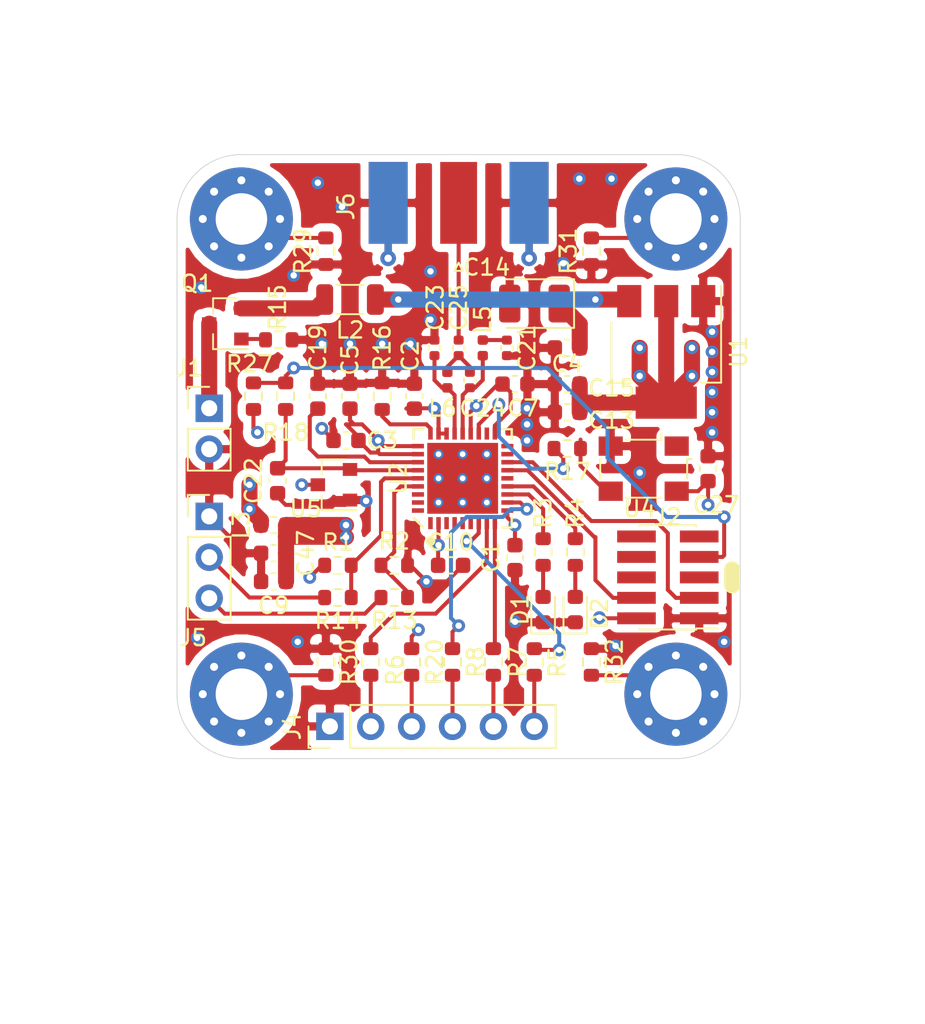
<source format=kicad_pcb>
(kicad_pcb (version 20171130) (host pcbnew 5.1.12-84ad8e8a86~92~ubuntu20.04.1)
  (layers (0 F.Cu signal) (1 In1.Cu signal) (2 In2.Cu signal) (31 B.Cu signal) (34 B.Paste user) (35 F.Paste user) (36 B.SilkS user) (37 F.SilkS user) (38 B.Mask user) (39 F.Mask user) (44 Edge.Cuts user))
  (net 0 "")
  (net 1 /3V3_FILT)
  (net 2 GND)
  (net 3 +5V)
  (net 4 +3V3)
  (net 5 "Net-(C19-Pad1)")
  (net 6 "Net-(C21-Pad2)")
  (net 7 "Net-(C22-Pad1)")
  (net 8 "Net-(C23-Pad2)")
  (net 9 "Net-(C24-Pad1)")
  (net 10 "Net-(C24-Pad2)")
  (net 11 "Net-(C25-Pad2)")
  (net 12 "Net-(D1-Pad2)")
  (net 13 "Net-(D2-Pad2)")
  (net 14 "Net-(J1-Pad1)")
  (net 15 /PROG_DC)
  (net 16 /PROG_DD)
  (net 17 /~LST_RESET)
  (net 18 /UART1_RTS)
  (net 19 "Net-(J4-Pad3)")
  (net 20 /UART1_RX)
  (net 21 /UART1_TX)
  (net 22 /UART1_CTS)
  (net 23 "Net-(J5-Pad2)")
  (net 24 "Net-(J5-Pad3)")
  (net 25 "Net-(L2-Pad2)")
  (net 26 "Net-(MK1-Pad1)")
  (net 27 "Net-(MK2-Pad1)")
  (net 28 "Net-(MK3-Pad1)")
  (net 29 "Net-(MK4-Pad1)")
  (net 30 "Net-(Q1-Pad1)")
  (net 31 /~LST_RX_MODE)
  (net 32 /LST_TX_MODE)
  (net 33 "Net-(R3-Pad2)")
  (net 34 "Net-(R4-Pad2)")
  (net 35 "Net-(R5-Pad1)")
  (net 36 "Net-(R6-Pad1)")
  (net 37 "Net-(R7-Pad1)")
  (net 38 "Net-(R8-Pad1)")
  (net 39 "Net-(R16-Pad2)")
  (net 40 "Net-(R17-Pad2)")
  (net 41 "Net-(R17-Pad1)")
  (module Package_TO_SOT_SMD:SOT-223-3_TabPin2 (layer F.Cu) (at 153.9 123.25 270)
    (fp_text reference U1 (at 0 -4.5 90) (layer F.SilkS))
    (fp_text value LM1117-3.3)
    (pad 2 smd rect (at 3.15 0 270) (size 2 3.8) (layers F.Cu F.Paste F.Mask) (net 4 +3V3))
    (pad 2 smd rect (at -3.15 0 270) (size 2 1.5) (layers F.Cu F.Paste F.Mask) (net 4 +3V3))
    (pad 3 smd rect (at -3.15 2.3 270) (size 2 1.5) (layers F.Cu F.Paste F.Mask) (net 3 +5V))
    (pad 1 smd rect (at -3.15 -2.3 270) (size 2 1.5) (layers F.Cu F.Paste F.Mask) (net 2 GND))
  )
  (module Capacitor_SMD:C_0603_1608Metric (layer F.Cu) (at 132.25 126 90)
    (fp_text reference C19 (at 3 0 90) (layer F.SilkS))
    (fp_text value 1n)
    (pad 2 smd roundrect (at 0.775 0 90) (size 0.9 0.95) (layers F.Cu F.Paste F.Mask) (net 2 GND))
    (pad 1 smd roundrect (at -0.775 0 90) (size 0.9 0.95) (layers F.Cu F.Paste F.Mask) (net 5 "Net-(C19-Pad1)"))
  )
  (module Package_TO_SOT_SMD:SOT-23 (layer F.Cu) (at 133.25 131.5 180)
    (fp_text reference U5 (at 1.75 -1.5) (layer F.SilkS))
    (fp_text value TLV803S)
    (pad 1 smd rect (at -1 -0.95 180) (size 0.9 0.8) (layers F.Cu F.Paste F.Mask) (net 2 GND))
    (pad 2 smd rect (at -1 0.95 180) (size 0.9 0.8) (layers F.Cu F.Paste F.Mask) (net 7 "Net-(C22-Pad1)"))
    (pad 3 smd rect (at 1 0 180) (size 0.9 0.8) (layers F.Cu F.Paste F.Mask) (net 4 +3V3))
  )
  (module Connector_PinHeader_2.54mm:PinHeader_1x06_P2.54mm_Vertical (layer F.Cu) (at 133 146.5 90)
    (fp_text reference J4 (at 0 -2.33 90) (layer F.SilkS))
    (fp_text value UART1)
    (pad 1 thru_hole rect (at 0 0 90) (size 1.7 1.7) (drill 1) (layers *.Cu *.Mask) (net 2 GND))
    (pad 2 thru_hole oval (at 0 2.54 90) (size 1.7 1.7) (drill 1) (layers *.Cu *.Mask) (net 18 /UART1_RTS))
    (pad 3 thru_hole oval (at 0 5.08 90) (size 1.7 1.7) (drill 1) (layers *.Cu *.Mask) (net 19 "Net-(J4-Pad3)"))
    (pad 4 thru_hole oval (at 0 7.62 90) (size 1.7 1.7) (drill 1) (layers *.Cu *.Mask) (net 20 /UART1_RX))
    (pad 5 thru_hole oval (at 0 10.16 90) (size 1.7 1.7) (drill 1) (layers *.Cu *.Mask) (net 21 /UART1_TX))
    (pad 6 thru_hole oval (at 0 12.7 90) (size 1.7 1.7) (drill 1) (layers *.Cu *.Mask) (net 22 /UART1_CTS))
  )
  (module Capacitor_SMD:C_0603_1608Metric (layer F.Cu) (at 129.75 131.25 270)
    (fp_text reference C22 (at 0 1.5 90) (layer F.SilkS))
    (fp_text value 1n)
    (pad 1 smd roundrect (at -0.775 0 270) (size 0.9 0.95) (layers F.Cu F.Paste F.Mask) (net 7 "Net-(C22-Pad1)"))
    (pad 2 smd roundrect (at 0.775 0 270) (size 0.9 0.95) (layers F.Cu F.Paste F.Mask) (net 2 GND))
  )
  (module Capacitor_SMD:C_0603_1608Metric (layer F.Cu) (at 144.5 136.025 270)
    (fp_text reference C1 (at -0.025 1.5 90) (layer F.SilkS))
    (fp_text value 0.1u)
    (pad 1 smd roundrect (at -0.775 0 270) (size 0.9 0.95) (layers F.Cu F.Paste F.Mask) (net 1 /3V3_FILT))
    (pad 2 smd roundrect (at 0.775 0 270) (size 0.9 0.95) (layers F.Cu F.Paste F.Mask) (net 2 GND))
  )
  (module Capacitor_SMD:C_0603_1608Metric (layer F.Cu) (at 134 128.75 180)
    (fp_text reference C3 (at -2.25 0) (layer F.SilkS))
    (fp_text value 0.1u)
    (pad 2 smd roundrect (at 0.775 0 180) (size 0.9 0.95) (layers F.Cu F.Paste F.Mask) (net 2 GND))
    (pad 1 smd roundrect (at -0.775 0 180) (size 0.9 0.95) (layers F.Cu F.Paste F.Mask) (net 1 /3V3_FILT))
  )
  (module Capacitor_SMD:C_0603_1608Metric (layer F.Cu) (at 147.75 123 180)
    (fp_text reference C4 (at 0 -1) (layer F.SilkS))
    (fp_text value 10u)
    (pad 2 smd roundrect (at 0.775 0 180) (size 0.9 0.95) (layers F.Cu F.Paste F.Mask) (net 2 GND))
    (pad 1 smd roundrect (at -0.775 0 180) (size 0.9 0.95) (layers F.Cu F.Paste F.Mask) (net 3 +5V))
  )
  (module Capacitor_SMD:C_0603_1608Metric (layer F.Cu) (at 134.25 126 90)
    (fp_text reference C5 (at 2.25 0 90) (layer F.SilkS))
    (fp_text value 0.1u)
    (pad 2 smd roundrect (at 0.775 0 90) (size 0.9 0.95) (layers F.Cu F.Paste F.Mask) (net 2 GND))
    (pad 1 smd roundrect (at -0.775 0 90) (size 0.9 0.95) (layers F.Cu F.Paste F.Mask) (net 1 /3V3_FILT))
  )
  (module Capacitor_SMD:C_0603_1608Metric (layer F.Cu) (at 129.5 137.5)
    (fp_text reference C9 (at 0 1.5) (layer F.SilkS))
    (fp_text value 1u)
    (pad 1 smd roundrect (at -0.775 0) (size 0.9 0.95) (layers F.Cu F.Paste F.Mask) (net 2 GND))
    (pad 2 smd roundrect (at 0.775 0) (size 0.9 0.95) (layers F.Cu F.Paste F.Mask) (net 1 /3V3_FILT))
  )
  (module Capacitor_SMD:C_0603_1608Metric (layer F.Cu) (at 140.5 136.5)
    (fp_text reference C10 (at 0 -1.43) (layer F.SilkS))
    (fp_text value 0.1u)
    (pad 1 smd roundrect (at -0.775 0) (size 0.9 0.95) (layers F.Cu F.Paste F.Mask) (net 1 /3V3_FILT))
    (pad 2 smd roundrect (at 0.775 0) (size 0.9 0.95) (layers F.Cu F.Paste F.Mask) (net 2 GND))
  )
  (module Capacitor_SMD:C_0603_1608Metric (layer F.Cu) (at 147.75 127 180)
    (fp_text reference C13 (at -2.75 -0.5) (layer F.SilkS))
    (fp_text value 10u)
    (pad 1 smd roundrect (at -0.775 0 180) (size 0.9 0.95) (layers F.Cu F.Paste F.Mask) (net 4 +3V3))
    (pad 2 smd roundrect (at 0.775 0 180) (size 0.9 0.95) (layers F.Cu F.Paste F.Mask) (net 2 GND))
  )
  (module Capacitor_Tantalum_SMD:CP_EIA-3528-15_AVX-H (layer F.Cu) (at 145.7125 120.25 180)
    (fp_text reference C14 (at 2.9625 2.25 180) (layer F.SilkS))
    (fp_text value 100u)
    (pad 1 smd roundrect (at -1.5375 0 180) (size 1.325 2.35) (layers F.Cu F.Paste F.Mask) (roundrect_rratio 0.188679) (net 3 +5V))
    (pad 2 smd roundrect (at 1.5375 0 180) (size 1.325 2.35) (layers F.Cu F.Paste F.Mask) (roundrect_rratio 0.188679) (net 2 GND))
  )
  (module Capacitor_SMD:C_0603_1608Metric (layer F.Cu) (at 147.75 125.25 180)
    (fp_text reference C15 (at -2.75 -0.25) (layer F.SilkS))
    (fp_text value 0.1u)
    (pad 2 smd roundrect (at 0.775 0 180) (size 0.9 0.95) (layers F.Cu F.Paste F.Mask) (net 2 GND))
    (pad 1 smd roundrect (at -0.775 0 180) (size 0.9 0.95) (layers F.Cu F.Paste F.Mask) (net 4 +3V3))
  )
  (module Capacitor_SMD:C_0402_1005Metric (layer F.Cu) (at 144 123 90)
    (fp_text reference C21 (at 0 1.25 90) (layer F.SilkS))
    (fp_text value 220p)
    (pad 1 smd roundrect (at -0.48 0 90) (size 0.56 0.62) (layers F.Cu F.Paste F.Mask) (net 2 GND))
    (pad 2 smd roundrect (at 0.48 0 90) (size 0.56 0.62) (layers F.Cu F.Paste F.Mask) (net 6 "Net-(C21-Pad2)"))
  )
  (module Capacitor_SMD:C_0402_1005Metric (layer F.Cu) (at 139.5 123 270)
    (fp_text reference C23 (at -2.5 -0.05 270) (layer F.SilkS))
    (fp_text value 3.9p)
    (pad 1 smd roundrect (at -0.48 0 270) (size 0.56 0.62) (layers F.Cu F.Paste F.Mask) (net 2 GND))
    (pad 2 smd roundrect (at 0.48 0 270) (size 0.56 0.62) (layers F.Cu F.Paste F.Mask) (net 8 "Net-(C23-Pad2)"))
  )
  (module Capacitor_SMD:C_0402_1005Metric (layer F.Cu) (at 141.7 125 90)
    (fp_text reference C24 (at -1.75 0.8 180) (layer F.SilkS))
    (fp_text value 3.9p)
    (pad 1 smd roundrect (at -0.48 0 90) (size 0.56 0.62) (layers F.Cu F.Paste F.Mask) (net 9 "Net-(C24-Pad1)"))
    (pad 2 smd roundrect (at 0.48 0 90) (size 0.56 0.62) (layers F.Cu F.Paste F.Mask) (net 10 "Net-(C24-Pad2)"))
  )
  (module Capacitor_SMD:C_0402_1005Metric (layer F.Cu) (at 141 123 90)
    (fp_text reference C25 (at 2.5 0 90) (layer F.SilkS))
    (fp_text value 220p)
    (pad 2 smd roundrect (at 0.48 0 90) (size 0.56 0.62) (layers F.Cu F.Paste F.Mask) (net 11 "Net-(C25-Pad2)"))
    (pad 1 smd roundrect (at -0.48 0 90) (size 0.56 0.62) (layers F.Cu F.Paste F.Mask) (net 10 "Net-(C24-Pad2)"))
  )
  (module Capacitor_SMD:C_0603_1608Metric (layer F.Cu) (at 156.5 130.5 90)
    (fp_text reference C27 (at -2.25 0.5 180) (layer F.SilkS))
    (fp_text value 0.1u)
    (pad 1 smd roundrect (at -0.775 0 90) (size 0.9 0.95) (layers F.Cu F.Paste F.Mask) (net 4 +3V3))
    (pad 2 smd roundrect (at 0.775 0 90) (size 0.9 0.95) (layers F.Cu F.Paste F.Mask) (net 2 GND))
  )
  (module Capacitor_SMD:C_0603_1608Metric (layer F.Cu) (at 129.5 135.75)
    (fp_text reference C47 (at 2 0 270) (layer F.SilkS))
    (fp_text value 1u)
    (pad 2 smd roundrect (at 0.775 0) (size 0.9 0.95) (layers F.Cu F.Paste F.Mask) (net 1 /3V3_FILT))
    (pad 1 smd roundrect (at -0.775 0) (size 0.9 0.95) (layers F.Cu F.Paste F.Mask) (net 2 GND))
  )
  (module LED_SMD:LED_0603_1608Metric (layer F.Cu) (at 146.25 139.25 90)
    (fp_text reference D1 (at 0 -1.43 90) (layer F.SilkS))
    (fp_text value LED)
    (pad 1 smd roundrect (at -0.7875 0 90) (size 0.875 0.95) (layers F.Cu F.Paste F.Mask) (net 2 GND))
    (pad 2 smd roundrect (at 0.7875 0 90) (size 0.875 0.95) (layers F.Cu F.Paste F.Mask) (net 12 "Net-(D1-Pad2)"))
  )
  (module LED_SMD:LED_0603_1608Metric (layer F.Cu) (at 148.25 139.25 90)
    (fp_text reference D2 (at -0.25 1.5 90) (layer F.SilkS))
    (fp_text value LED)
    (pad 2 smd roundrect (at 0.7875 0 90) (size 0.875 0.95) (layers F.Cu F.Paste F.Mask) (net 13 "Net-(D2-Pad2)"))
    (pad 1 smd roundrect (at -0.7875 0 90) (size 0.875 0.95) (layers F.Cu F.Paste F.Mask) (net 2 GND))
  )
  (module Connector_PinHeader_2.54mm:PinHeader_1x02_P2.54mm_Vertical (layer F.Cu) (at 125.5 126.75)
    (fp_text reference J1 (at -1.25 -2.5) (layer F.SilkS))
    (fp_text value 5VDC)
    (pad 1 thru_hole rect (at 0 0) (size 1.7 1.7) (drill 1) (layers *.Cu *.Mask) (net 14 "Net-(J1-Pad1)"))
    (pad 2 thru_hole oval (at 0 2.54) (size 1.7 1.7) (drill 1) (layers *.Cu *.Mask) (net 2 GND))
  )
  (module Connector_PinHeader_2.54mm:PinHeader_1x03_P2.54mm_Vertical (layer F.Cu) (at 125.5 133.46)
    (fp_text reference J5 (at -1 7.54) (layer F.SilkS))
    (fp_text value "Control Outputs")
    (pad 1 thru_hole rect (at 0 0) (size 1.7 1.7) (drill 1) (layers *.Cu *.Mask) (net 2 GND))
    (pad 2 thru_hole oval (at 0 2.54) (size 1.7 1.7) (drill 1) (layers *.Cu *.Mask) (net 23 "Net-(J5-Pad2)"))
    (pad 3 thru_hole oval (at 0 5.08) (size 1.7 1.7) (drill 1) (layers *.Cu *.Mask) (net 24 "Net-(J5-Pad3)"))
  )
  (module Connector_Coaxial:SMA_Molex_73251-1153_EdgeMount_Horizontal (layer F.Cu) (at 141 115.72 270)
    (fp_text reference J6 (at -1.5 7 90) (layer F.SilkS))
    (fp_text value ANT)
    (pad 1 smd rect (at -1.72 0 270) (size 5.08 2.29) (layers F.Cu F.Paste F.Mask) (net 11 "Net-(C25-Pad2)"))
    (pad 2 smd rect (at -1.72 -4.38 270) (size 5.08 2.42) (layers F.Cu F.Paste F.Mask) (net 2 GND))
    (pad 2 smd rect (at -1.72 4.38 270) (size 5.08 2.42) (layers F.Cu F.Paste F.Mask) (net 2 GND))
    (pad 2 smd rect (at -1.72 -4.38 270) (size 5.08 2.42) (layers B.Cu B.Paste B.Mask) (net 2 GND))
    (pad 2 smd rect (at -1.72 4.38 270) (size 5.08 2.42) (layers B.Cu B.Paste B.Mask) (net 2 GND))
    (pad 2 thru_hole circle (at 1.72 -4.38 270) (size 0.97 0.97) (drill 0.46) (layers *.Cu) (net 2 GND))
    (pad 2 thru_hole circle (at 1.72 4.38 270) (size 0.97 0.97) (drill 0.46) (layers *.Cu) (net 2 GND))
    (pad 2 smd rect (at 1.27 -4.38 270) (size 0.95 0.46) (layers F.Cu) (net 2 GND))
    (pad 2 smd rect (at 1.27 4.38 270) (size 0.95 0.46) (layers F.Cu) (net 2 GND))
    (pad 2 smd rect (at 1.27 -4.38 270) (size 0.95 0.46) (layers B.Cu) (net 2 GND))
    (pad 2 smd rect (at 1.27 4.38 270) (size 0.95 0.46) (layers B.Cu) (net 2 GND))
  )
  (module Inductor_SMD:L_1206_3216Metric (layer F.Cu) (at 134.25 120 180)
    (fp_text reference L2 (at 0 -1.9) (layer F.SilkS))
    (fp_text value "Z=500 @ 100M")
    (pad 1 smd roundrect (at -1.575 0 180) (size 1.05 1.9) (layers F.Cu F.Paste F.Mask) (roundrect_rratio 0.238095) (net 3 +5V))
    (pad 2 smd roundrect (at 1.575 0 180) (size 1.05 1.9) (layers F.Cu F.Paste F.Mask) (roundrect_rratio 0.238095) (net 25 "Net-(L2-Pad2)"))
  )
  (module Inductor_SMD:L_0603_1608Metric (layer F.Cu) (at 129.5 134)
    (fp_text reference L3 (at -2 0 90) (layer F.SilkS))
    (fp_text value "Z=1k @ 100M")
    (pad 1 smd roundrect (at -0.7875 0) (size 0.875 0.95) (layers F.Cu F.Paste F.Mask) (net 4 +3V3))
    (pad 2 smd roundrect (at 0.7875 0) (size 0.875 0.95) (layers F.Cu F.Paste F.Mask) (net 1 /3V3_FILT))
  )
  (module Inductor_SMD:L_0402_1005Metric (layer F.Cu) (at 142.5 123 270)
    (fp_text reference L5 (at -1.75 0 270) (layer F.SilkS))
    (fp_text value 27n)
    (pad 2 smd roundrect (at 0.485 0 270) (size 0.59 0.64) (layers F.Cu F.Paste F.Mask) (net 9 "Net-(C24-Pad1)"))
    (pad 1 smd roundrect (at -0.485 0 270) (size 0.59 0.64) (layers F.Cu F.Paste F.Mask) (net 6 "Net-(C21-Pad2)"))
  )
  (module Inductor_SMD:L_0402_1005Metric (layer F.Cu) (at 140.3 125 90)
    (fp_text reference L6 (at -1.75 -0.3) (layer F.SilkS))
    (fp_text value 27n)
    (pad 1 smd roundrect (at -0.485 0 90) (size 0.59 0.64) (layers F.Cu F.Paste F.Mask) (net 8 "Net-(C23-Pad2)"))
    (pad 2 smd roundrect (at 0.485 0 90) (size 0.59 0.64) (layers F.Cu F.Paste F.Mask) (net 10 "Net-(C24-Pad2)"))
  )
  (module MountingHole:MountingHole_3.2mm_M3_Pad_Via (layer F.Cu) (at 127.5 115)
    (fp_text reference MK1 hide)
    (fp_text value M3_Hole)
    (pad 1 thru_hole circle (at 0 0) (size 6.4 6.4) (drill 3.2) (layers *.Cu *.Mask) (net 26 "Net-(MK1-Pad1)"))
    (pad 1 thru_hole circle (at 2.4 0) (size 0.8 0.8) (drill 0.5) (layers *.Cu *.Mask) (net 26 "Net-(MK1-Pad1)"))
    (pad 1 thru_hole circle (at 1.697056 1.697056) (size 0.8 0.8) (drill 0.5) (layers *.Cu *.Mask) (net 26 "Net-(MK1-Pad1)"))
    (pad 1 thru_hole circle (at 0 2.4) (size 0.8 0.8) (drill 0.5) (layers *.Cu *.Mask) (net 26 "Net-(MK1-Pad1)"))
    (pad 1 thru_hole circle (at -1.697056 1.697056) (size 0.8 0.8) (drill 0.5) (layers *.Cu *.Mask) (net 26 "Net-(MK1-Pad1)"))
    (pad 1 thru_hole circle (at -2.4 0) (size 0.8 0.8) (drill 0.5) (layers *.Cu *.Mask) (net 26 "Net-(MK1-Pad1)"))
    (pad 1 thru_hole circle (at -1.697056 -1.697056) (size 0.8 0.8) (drill 0.5) (layers *.Cu *.Mask) (net 26 "Net-(MK1-Pad1)"))
    (pad 1 thru_hole circle (at 0 -2.4) (size 0.8 0.8) (drill 0.5) (layers *.Cu *.Mask) (net 26 "Net-(MK1-Pad1)"))
    (pad 1 thru_hole circle (at 1.697056 -1.697056) (size 0.8 0.8) (drill 0.5) (layers *.Cu *.Mask) (net 26 "Net-(MK1-Pad1)"))
  )
  (module MountingHole:MountingHole_3.2mm_M3_Pad_Via (layer F.Cu) (at 127.5 144.5)
    (fp_text reference MK2 hide)
    (fp_text value M3_Hole)
    (pad 1 thru_hole circle (at 0 0) (size 6.4 6.4) (drill 3.2) (layers *.Cu *.Mask) (net 27 "Net-(MK2-Pad1)"))
    (pad 1 thru_hole circle (at 2.4 0) (size 0.8 0.8) (drill 0.5) (layers *.Cu *.Mask) (net 27 "Net-(MK2-Pad1)"))
    (pad 1 thru_hole circle (at 1.697056 1.697056) (size 0.8 0.8) (drill 0.5) (layers *.Cu *.Mask) (net 27 "Net-(MK2-Pad1)"))
    (pad 1 thru_hole circle (at 0 2.4) (size 0.8 0.8) (drill 0.5) (layers *.Cu *.Mask) (net 27 "Net-(MK2-Pad1)"))
    (pad 1 thru_hole circle (at -1.697056 1.697056) (size 0.8 0.8) (drill 0.5) (layers *.Cu *.Mask) (net 27 "Net-(MK2-Pad1)"))
    (pad 1 thru_hole circle (at -2.4 0) (size 0.8 0.8) (drill 0.5) (layers *.Cu *.Mask) (net 27 "Net-(MK2-Pad1)"))
    (pad 1 thru_hole circle (at -1.697056 -1.697056) (size 0.8 0.8) (drill 0.5) (layers *.Cu *.Mask) (net 27 "Net-(MK2-Pad1)"))
    (pad 1 thru_hole circle (at 0 -2.4) (size 0.8 0.8) (drill 0.5) (layers *.Cu *.Mask) (net 27 "Net-(MK2-Pad1)"))
    (pad 1 thru_hole circle (at 1.697056 -1.697056) (size 0.8 0.8) (drill 0.5) (layers *.Cu *.Mask) (net 27 "Net-(MK2-Pad1)"))
  )
  (module MountingHole:MountingHole_3.2mm_M3_Pad_Via (layer F.Cu) (at 154.5 115)
    (fp_text reference MK3 hide)
    (fp_text value M3_Hole)
    (pad 1 thru_hole circle (at 1.697056 -1.697056) (size 0.8 0.8) (drill 0.5) (layers *.Cu *.Mask) (net 28 "Net-(MK3-Pad1)"))
    (pad 1 thru_hole circle (at 0 -2.4) (size 0.8 0.8) (drill 0.5) (layers *.Cu *.Mask) (net 28 "Net-(MK3-Pad1)"))
    (pad 1 thru_hole circle (at -1.697056 -1.697056) (size 0.8 0.8) (drill 0.5) (layers *.Cu *.Mask) (net 28 "Net-(MK3-Pad1)"))
    (pad 1 thru_hole circle (at -2.4 0) (size 0.8 0.8) (drill 0.5) (layers *.Cu *.Mask) (net 28 "Net-(MK3-Pad1)"))
    (pad 1 thru_hole circle (at -1.697056 1.697056) (size 0.8 0.8) (drill 0.5) (layers *.Cu *.Mask) (net 28 "Net-(MK3-Pad1)"))
    (pad 1 thru_hole circle (at 0 2.4) (size 0.8 0.8) (drill 0.5) (layers *.Cu *.Mask) (net 28 "Net-(MK3-Pad1)"))
    (pad 1 thru_hole circle (at 1.697056 1.697056) (size 0.8 0.8) (drill 0.5) (layers *.Cu *.Mask) (net 28 "Net-(MK3-Pad1)"))
    (pad 1 thru_hole circle (at 2.4 0) (size 0.8 0.8) (drill 0.5) (layers *.Cu *.Mask) (net 28 "Net-(MK3-Pad1)"))
    (pad 1 thru_hole circle (at 0 0) (size 6.4 6.4) (drill 3.2) (layers *.Cu *.Mask) (net 28 "Net-(MK3-Pad1)"))
  )
  (module MountingHole:MountingHole_3.2mm_M3_Pad_Via (layer F.Cu) (at 154.5 144.5)
    (fp_text reference MK4 hide)
    (fp_text value M3_Hole)
    (pad 1 thru_hole circle (at 1.697056 -1.697056) (size 0.8 0.8) (drill 0.5) (layers *.Cu *.Mask) (net 29 "Net-(MK4-Pad1)"))
    (pad 1 thru_hole circle (at 0 -2.4) (size 0.8 0.8) (drill 0.5) (layers *.Cu *.Mask) (net 29 "Net-(MK4-Pad1)"))
    (pad 1 thru_hole circle (at -1.697056 -1.697056) (size 0.8 0.8) (drill 0.5) (layers *.Cu *.Mask) (net 29 "Net-(MK4-Pad1)"))
    (pad 1 thru_hole circle (at -2.4 0) (size 0.8 0.8) (drill 0.5) (layers *.Cu *.Mask) (net 29 "Net-(MK4-Pad1)"))
    (pad 1 thru_hole circle (at -1.697056 1.697056) (size 0.8 0.8) (drill 0.5) (layers *.Cu *.Mask) (net 29 "Net-(MK4-Pad1)"))
    (pad 1 thru_hole circle (at 0 2.4) (size 0.8 0.8) (drill 0.5) (layers *.Cu *.Mask) (net 29 "Net-(MK4-Pad1)"))
    (pad 1 thru_hole circle (at 1.697056 1.697056) (size 0.8 0.8) (drill 0.5) (layers *.Cu *.Mask) (net 29 "Net-(MK4-Pad1)"))
    (pad 1 thru_hole circle (at 2.4 0) (size 0.8 0.8) (drill 0.5) (layers *.Cu *.Mask) (net 29 "Net-(MK4-Pad1)"))
    (pad 1 thru_hole circle (at 0 0) (size 6.4 6.4) (drill 3.2) (layers *.Cu *.Mask) (net 29 "Net-(MK4-Pad1)"))
  )
  (module Package_TO_SOT_SMD:SOT-23 (layer F.Cu) (at 126.5 121.5 180)
    (fp_text reference Q1 (at 1.75 2.5) (layer F.SilkS))
    (fp_text value DMG2301L)
    (pad 3 smd rect (at 1 0 180) (size 0.9 0.8) (layers F.Cu F.Paste F.Mask) (net 14 "Net-(J1-Pad1)"))
    (pad 2 smd rect (at -1 0.95 180) (size 0.9 0.8) (layers F.Cu F.Paste F.Mask) (net 25 "Net-(L2-Pad2)"))
    (pad 1 smd rect (at -1 -0.95 180) (size 0.9 0.8) (layers F.Cu F.Paste F.Mask) (net 30 "Net-(Q1-Pad1)"))
  )
  (module Resistor_SMD:R_0603_1608Metric (layer F.Cu) (at 133.5 136.5)
    (fp_text reference R1 (at 0 -1.43) (layer F.SilkS))
    (fp_text value 1K)
    (pad 2 smd roundrect (at 0.825 0) (size 0.8 0.95) (layers F.Cu F.Paste F.Mask) (net 31 /~LST_RX_MODE))
    (pad 1 smd roundrect (at -0.825 0) (size 0.8 0.95) (layers F.Cu F.Paste F.Mask) (net 4 +3V3))
  )
  (module Resistor_SMD:R_0603_1608Metric (layer F.Cu) (at 137 136.5 180)
    (fp_text reference R2 (at 0 1.5) (layer F.SilkS))
    (fp_text value 1K)
    (pad 1 smd roundrect (at -0.825 0 180) (size 0.8 0.95) (layers F.Cu F.Paste F.Mask) (net 2 GND))
    (pad 2 smd roundrect (at 0.825 0 180) (size 0.8 0.95) (layers F.Cu F.Paste F.Mask) (net 32 /LST_TX_MODE))
  )
  (module Resistor_SMD:R_0603_1608Metric (layer F.Cu) (at 146.25 135.675 90)
    (fp_text reference R3 (at 2.425 0 90) (layer F.SilkS))
    (fp_text value 1K)
    (pad 2 smd roundrect (at 0.825 0 90) (size 0.8 0.95) (layers F.Cu F.Paste F.Mask) (net 33 "Net-(R3-Pad2)"))
    (pad 1 smd roundrect (at -0.825 0 90) (size 0.8 0.95) (layers F.Cu F.Paste F.Mask) (net 12 "Net-(D1-Pad2)"))
  )
  (module Resistor_SMD:R_0603_1608Metric (layer F.Cu) (at 148.25 135.675 90)
    (fp_text reference R4 (at 2.425 0 90) (layer F.SilkS))
    (fp_text value 1K)
    (pad 2 smd roundrect (at 0.825 0 90) (size 0.8 0.95) (layers F.Cu F.Paste F.Mask) (net 34 "Net-(R4-Pad2)"))
    (pad 1 smd roundrect (at -0.825 0 90) (size 0.8 0.95) (layers F.Cu F.Paste F.Mask) (net 13 "Net-(D2-Pad2)"))
  )
  (module Resistor_SMD:R_0603_1608Metric (layer F.Cu) (at 145.7 142.5 270)
    (fp_text reference R5 (at 0 -1.43 90) (layer F.SilkS))
    (fp_text value 100)
    (pad 2 smd roundrect (at 0.825 0 270) (size 0.8 0.95) (layers F.Cu F.Paste F.Mask) (net 22 /UART1_CTS))
    (pad 1 smd roundrect (at -0.825 0 270) (size 0.8 0.95) (layers F.Cu F.Paste F.Mask) (net 35 "Net-(R5-Pad1)"))
  )
  (module Resistor_SMD:R_0603_1608Metric (layer F.Cu) (at 135.54 142.5 270)
    (fp_text reference R6 (at 0.5 -1.5 90) (layer F.SilkS))
    (fp_text value 100)
    (pad 1 smd roundrect (at -0.825 0 270) (size 0.8 0.95) (layers F.Cu F.Paste F.Mask) (net 36 "Net-(R6-Pad1)"))
    (pad 2 smd roundrect (at 0.825 0 270) (size 0.8 0.95) (layers F.Cu F.Paste F.Mask) (net 18 /UART1_RTS))
  )
  (module Resistor_SMD:R_0603_1608Metric (layer F.Cu) (at 143.16 142.5 270)
    (fp_text reference R7 (at 0 -1.5 270) (layer F.SilkS))
    (fp_text value 100)
    (pad 2 smd roundrect (at 0.825 0 270) (size 0.8 0.95) (layers F.Cu F.Paste F.Mask) (net 21 /UART1_TX))
    (pad 1 smd roundrect (at -0.825 0 270) (size 0.8 0.95) (layers F.Cu F.Paste F.Mask) (net 37 "Net-(R7-Pad1)"))
  )
  (module Resistor_SMD:R_0603_1608Metric (layer F.Cu) (at 140.62 142.5 270)
    (fp_text reference R8 (at 0 -1.43 90) (layer F.SilkS))
    (fp_text value 100)
    (pad 1 smd roundrect (at -0.825 0 270) (size 0.8 0.95) (layers F.Cu F.Paste F.Mask) (net 38 "Net-(R8-Pad1)"))
    (pad 2 smd roundrect (at 0.825 0 270) (size 0.8 0.95) (layers F.Cu F.Paste F.Mask) (net 20 /UART1_RX))
  )
  (module Resistor_SMD:R_0603_1608Metric (layer F.Cu) (at 137 138.5 180)
    (fp_text reference R13 (at 0 -1.43) (layer F.SilkS))
    (fp_text value 100)
    (pad 1 smd roundrect (at -0.825 0 180) (size 0.8 0.95) (layers F.Cu F.Paste F.Mask) (net 32 /LST_TX_MODE))
    (pad 2 smd roundrect (at 0.825 0 180) (size 0.8 0.95) (layers F.Cu F.Paste F.Mask) (net 24 "Net-(J5-Pad3)"))
  )
  (module Resistor_SMD:R_0603_1608Metric (layer F.Cu) (at 133.5 138.5 180)
    (fp_text reference R14 (at 0 -1.43) (layer F.SilkS))
    (fp_text value 100)
    (pad 1 smd roundrect (at -0.825 0 180) (size 0.8 0.95) (layers F.Cu F.Paste F.Mask) (net 31 /~LST_RX_MODE))
    (pad 2 smd roundrect (at 0.825 0 180) (size 0.8 0.95) (layers F.Cu F.Paste F.Mask) (net 23 "Net-(J5-Pad2)"))
  )
  (module Resistor_SMD:R_0603_1608Metric (layer F.Cu) (at 129.825 122.5 180)
    (fp_text reference R15 (at 0.075 2 90) (layer F.SilkS))
    (fp_text value 100)
    (pad 2 smd roundrect (at 0.825 0 180) (size 0.8 0.95) (layers F.Cu F.Paste F.Mask) (net 30 "Net-(Q1-Pad1)"))
    (pad 1 smd roundrect (at -0.825 0 180) (size 0.8 0.95) (layers F.Cu F.Paste F.Mask) (net 2 GND))
  )
  (module Resistor_SMD:R_0603_1608Metric (layer F.Cu) (at 136.25 126 270)
    (fp_text reference R16 (at -3 0 90) (layer F.SilkS))
    (fp_text value 56K)
    (pad 1 smd roundrect (at -0.825 0 270) (size 0.8 0.95) (layers F.Cu F.Paste F.Mask) (net 2 GND))
    (pad 2 smd roundrect (at 0.825 0 270) (size 0.8 0.95) (layers F.Cu F.Paste F.Mask) (net 39 "Net-(R16-Pad2)"))
  )
  (module Resistor_SMD:R_0603_1608Metric (layer F.Cu) (at 147.75 129.25 180)
    (fp_text reference R17 (at 0 -1.43) (layer F.SilkS))
    (fp_text value 100)
    (pad 2 smd roundrect (at 0.825 0 180) (size 0.8 0.95) (layers F.Cu F.Paste F.Mask) (net 40 "Net-(R17-Pad2)"))
    (pad 1 smd roundrect (at -0.825 0 180) (size 0.8 0.95) (layers F.Cu F.Paste F.Mask) (net 41 "Net-(R17-Pad1)"))
  )
  (module Resistor_SMD:R_0603_1608Metric (layer F.Cu) (at 130.25 126 90)
    (fp_text reference R18 (at -2.25 0 180) (layer F.SilkS))
    (fp_text value 1K)
    (pad 1 smd roundrect (at -0.825 0 90) (size 0.8 0.95) (layers F.Cu F.Paste F.Mask) (net 7 "Net-(C22-Pad1)"))
    (pad 2 smd roundrect (at 0.825 0 90) (size 0.8 0.95) (layers F.Cu F.Paste F.Mask) (net 17 /~LST_RESET))
  )
  (module Resistor_SMD:R_0603_1608Metric (layer F.Cu) (at 128.25 126 270)
    (fp_text reference R27 (at -2 0.25 180) (layer F.SilkS))
    (fp_text value 33K)
    (pad 2 smd roundrect (at 0.825 0 270) (size 0.8 0.95) (layers F.Cu F.Paste F.Mask) (net 4 +3V3))
    (pad 1 smd roundrect (at -0.825 0 270) (size 0.8 0.95) (layers F.Cu F.Paste F.Mask) (net 17 /~LST_RESET))
  )
  (module Resistor_SMD:R_0603_1608Metric (layer F.Cu) (at 132.75 117 90)
    (fp_text reference R29 (at 0 -1.43 90) (layer F.SilkS))
    (fp_text value DNI)
    (pad 2 smd roundrect (at 0.825 0 90) (size 0.8 0.95) (layers F.Cu F.Paste F.Mask) (net 26 "Net-(MK1-Pad1)"))
    (pad 1 smd roundrect (at -0.825 0 90) (size 0.8 0.95) (layers F.Cu F.Paste F.Mask) (net 2 GND))
  )
  (module Resistor_SMD:R_0603_1608Metric (layer F.Cu) (at 132.75 142.5 270)
    (fp_text reference R30 (at 0 -1.43 90) (layer F.SilkS))
    (fp_text value DNI)
    (pad 2 smd roundrect (at 0.825 0 270) (size 0.8 0.95) (layers F.Cu F.Paste F.Mask) (net 27 "Net-(MK2-Pad1)"))
    (pad 1 smd roundrect (at -0.825 0 270) (size 0.8 0.95) (layers F.Cu F.Paste F.Mask) (net 2 GND))
  )
  (module Resistor_SMD:R_0603_1608Metric (layer F.Cu) (at 149.25 117 90)
    (fp_text reference R31 (at 0 -1.43 90) (layer F.SilkS))
    (fp_text value DNI)
    (pad 1 smd roundrect (at -0.825 0 90) (size 0.8 0.95) (layers F.Cu F.Paste F.Mask) (net 2 GND))
    (pad 2 smd roundrect (at 0.825 0 90) (size 0.8 0.95) (layers F.Cu F.Paste F.Mask) (net 28 "Net-(MK3-Pad1)"))
  )
  (module Resistor_SMD:R_0603_1608Metric (layer F.Cu) (at 149.25 142.5 270)
    (fp_text reference R32 (at 0 -1.43 90) (layer F.SilkS))
    (fp_text value DNI)
    (pad 1 smd roundrect (at -0.825 0 270) (size 0.8 0.95) (layers F.Cu F.Paste F.Mask) (net 2 GND))
    (pad 2 smd roundrect (at 0.825 0 270) (size 0.8 0.95) (layers F.Cu F.Paste F.Mask) (net 29 "Net-(MK4-Pad1)"))
  )
  (module openlst:TI_CC_QFN36 (layer F.Cu) (at 141.25 131.1 90)
    (fp_text reference U2 (at 0 -4 90) (layer F.SilkS))
    (fp_text value CC1110)
    (pad 37 thru_hole circle (at 0 1.5 90) (size 0.6096 0.6096) (drill 0.3556) (layers *.Cu B.Mask) (net 2 GND))
    (pad 37 thru_hole circle (at 1.5 1.5 90) (size 0.6096 0.6096) (drill 0.3556) (layers *.Cu B.Mask) (net 2 GND))
    (pad 37 thru_hole circle (at 1.5 -1.5 90) (size 0.6096 0.6096) (drill 0.3556) (layers *.Cu B.Mask) (net 2 GND))
    (pad 37 thru_hole circle (at 0 -1.5 90) (size 0.6096 0.6096) (drill 0.3556) (layers *.Cu B.Mask) (net 2 GND))
    (pad 37 thru_hole circle (at -1.5 -1.5 90) (size 0.6096 0.6096) (drill 0.3556) (layers *.Cu B.Mask) (net 2 GND))
    (pad 32 smd rect (at 0 -2.78 90) (size 0.28 0.75) (layers F.Cu F.Paste F.Mask) (net 31 /~LST_RX_MODE))
    (pad 31 smd rect (at 0.5 -2.78 90) (size 0.28 0.75) (layers F.Cu F.Paste F.Mask) (net 7 "Net-(C22-Pad1)"))
    (pad 30 smd rect (at 1 -2.78 90) (size 0.28 0.75) (layers F.Cu F.Paste F.Mask) (net 5 "Net-(C19-Pad1)"))
    (pad 29 smd rect (at 1.5 -2.78 90) (size 0.28 0.75) (layers F.Cu F.Paste F.Mask) (net 1 /3V3_FILT))
    (pad 28 smd rect (at 2 -2.78 90) (size 0.28 0.75) (layers F.Cu F.Paste F.Mask) (net 1 /3V3_FILT))
    (pad 33 smd rect (at -0.5 -2.78 90) (size 0.28 0.75) (layers F.Cu F.Paste F.Mask) (net 32 /LST_TX_MODE))
    (pad 34 smd rect (at -1 -2.78 90) (size 0.28 0.75) (layers F.Cu F.Paste F.Mask))
    (pad 35 smd rect (at -1.5 -2.78 90) (size 0.28 0.75) (layers F.Cu F.Paste F.Mask))
    (pad 36 smd rect (at -2 -2.78 90) (size 0.28 0.75) (layers F.Cu F.Paste F.Mask))
    (pad 23 smd rect (at 2.78 0 180) (size 0.28 0.75) (layers F.Cu F.Paste F.Mask) (net 9 "Net-(C24-Pad1)"))
    (pad 22 smd rect (at 2.78 0.5 180) (size 0.28 0.75) (layers F.Cu F.Paste F.Mask) (net 1 /3V3_FILT))
    (pad 21 smd rect (at 2.78 1 180) (size 0.28 0.75) (layers F.Cu F.Paste F.Mask) (net 40 "Net-(R17-Pad2)"))
    (pad 20 smd rect (at 2.78 1.5 180) (size 0.28 0.75) (layers F.Cu F.Paste F.Mask))
    (pad 19 smd rect (at 2.78 2 180) (size 0.28 0.75) (layers F.Cu F.Paste F.Mask) (net 1 /3V3_FILT))
    (pad 27 smd rect (at 2.78 -2 180) (size 0.28 0.75) (layers F.Cu F.Paste F.Mask) (net 39 "Net-(R16-Pad2)"))
    (pad 26 smd rect (at 2.78 -1.5 180) (size 0.28 0.75) (layers F.Cu F.Paste F.Mask) (net 1 /3V3_FILT))
    (pad 25 smd rect (at 2.78 -1 180) (size 0.28 0.75) (layers F.Cu F.Paste F.Mask) (net 1 /3V3_FILT))
    (pad 24 smd rect (at 2.78 -0.5 180) (size 0.28 0.75) (layers F.Cu F.Paste F.Mask) (net 8 "Net-(C23-Pad2)"))
    (pad 14 smd rect (at 0 2.78 90) (size 0.28 0.75) (layers F.Cu F.Paste F.Mask))
    (pad 13 smd rect (at -0.5 2.78 90) (size 0.28 0.75) (layers F.Cu F.Paste F.Mask) (net 34 "Net-(R4-Pad2)"))
    (pad 12 smd rect (at -1 2.78 90) (size 0.28 0.75) (layers F.Cu F.Paste F.Mask) (net 33 "Net-(R3-Pad2)"))
    (pad 11 smd rect (at -1.5 2.78 90) (size 0.28 0.75) (layers F.Cu F.Paste F.Mask) (net 38 "Net-(R8-Pad1)"))
    (pad 10 smd rect (at -2 2.78 90) (size 0.28 0.75) (layers F.Cu F.Paste F.Mask) (net 1 /3V3_FILT))
    (pad 18 smd rect (at 2 2.78 90) (size 0.28 0.75) (layers F.Cu F.Paste F.Mask))
    (pad 17 smd rect (at 1.5 2.78 90) (size 0.28 0.75) (layers F.Cu F.Paste F.Mask))
    (pad 16 smd rect (at 1 2.78 90) (size 0.28 0.75) (layers F.Cu F.Paste F.Mask) (net 15 /PROG_DC))
    (pad 15 smd rect (at 0.5 2.78 90) (size 0.28 0.75) (layers F.Cu F.Paste F.Mask) (net 16 /PROG_DD))
    (pad 5 smd rect (at -2.78 0 180) (size 0.28 0.75) (layers F.Cu F.Paste F.Mask))
    (pad 4 smd rect (at -2.78 -0.5 180) (size 0.28 0.75) (layers F.Cu F.Paste F.Mask))
    (pad 3 smd rect (at -2.78 -1 180) (size 0.28 0.75) (layers F.Cu F.Paste F.Mask))
    (pad 2 smd rect (at -2.78 -1.5 180) (size 0.28 0.75) (layers F.Cu F.Paste F.Mask) (net 1 /3V3_FILT))
    (pad 1 smd rect (at -2.78 -2 180) (size 0.28 0.75) (layers F.Cu F.Paste F.Mask))
    (pad 9 smd rect (at -2.78 2 180) (size 0.28 0.75) (layers F.Cu F.Paste F.Mask) (net 37 "Net-(R7-Pad1)"))
    (pad 8 smd rect (at -2.78 1.5 180) (size 0.28 0.75) (layers F.Cu F.Paste F.Mask) (net 36 "Net-(R6-Pad1)"))
    (pad 7 smd rect (at -2.78 1 180) (size 0.28 0.75) (layers F.Cu F.Paste F.Mask) (net 35 "Net-(R5-Pad1)"))
    (pad 6 smd rect (at -2.78 0.5 180) (size 0.28 0.75) (layers F.Cu F.Paste F.Mask))
    (pad 37 smd rect (at 0 0 90) (size 4.4 4.4) (layers F.Cu) (net 2 GND))
    (pad 37 thru_hole circle (at -1.5 1.5 90) (size 0.6096 0.6096) (drill 0.3556) (layers *.Cu B.Mask) (net 2 GND))
    (pad 37 thru_hole circle (at 1.5 0 90) (size 0.6096 0.6096) (drill 0.3556) (layers *.Cu B.Mask) (net 2 GND))
    (pad 37 thru_hole circle (at 0 0 90) (size 0.6096 0.6096) (drill 0.3556) (layers *.Cu B.Mask) (net 2 GND))
    (pad 37 thru_hole circle (at -1.5 0 90) (size 0.6096 0.6096) (drill 0.3556) (layers *.Cu B.Mask) (net 2 GND))
  )
  (module Oscillator:Oscillator_SMD_Fordahl_DFAS15-4Pin_5.0x3.2mm (layer F.Cu) (at 152.5 130.5 180)
    (fp_text reference U4 (at 0.25 -2.5) (layer F.SilkS))
    (fp_text value "FOX924 27MHz")
    (pad 1 smd rect (at -2.05 1.4 180) (size 1.5 1.2) (layers F.Cu F.Paste F.Mask))
    (pad 2 smd rect (at 2.05 1.4 180) (size 1.5 1.2) (layers F.Cu F.Paste F.Mask) (net 2 GND))
    (pad 3 smd rect (at 2.05 -1.4 180) (size 1.5 1.2) (layers F.Cu F.Paste F.Mask) (net 41 "Net-(R17-Pad1)"))
    (pad 4 smd rect (at -2.05 -1.4 180) (size 1.5 1.2) (layers F.Cu F.Paste F.Mask) (net 4 +3V3))
  )
  (module Connector_PinHeader_1.27mm:PinHeader_2x05_P1.27mm_Vertical_SMD (layer F.Cu) (at 154 137.25 180)
    (fp_text reference J2 (at 0 3.75) (layer F.SilkS))
    (fp_text value "CC Prog/Debug")
    (pad 1 smd rect (at -1.95 -2.54 180) (size 2.4 0.74) (layers F.Cu F.Paste F.Mask) (net 2 GND))
    (pad 2 smd rect (at 1.95 -2.54 180) (size 2.4 0.74) (layers F.Cu F.Paste F.Mask) (net 4 +3V3))
    (pad 3 smd rect (at -1.95 -1.27 180) (size 2.4 0.74) (layers F.Cu F.Paste F.Mask) (net 15 /PROG_DC))
    (pad 4 smd rect (at 1.95 -1.27 180) (size 2.4 0.74) (layers F.Cu F.Paste F.Mask) (net 16 /PROG_DD))
    (pad 5 smd rect (at -1.95 0 180) (size 2.4 0.74) (layers F.Cu F.Paste F.Mask))
    (pad 6 smd rect (at 1.95 0 180) (size 2.4 0.74) (layers F.Cu F.Paste F.Mask))
    (pad 7 smd rect (at -1.95 1.27 180) (size 2.4 0.74) (layers F.Cu F.Paste F.Mask) (net 17 /~LST_RESET))
    (pad 8 smd rect (at 1.95 1.27 180) (size 2.4 0.74) (layers F.Cu F.Paste F.Mask))
    (pad 9 smd rect (at -1.95 2.54 180) (size 2.4 0.74) (layers F.Cu F.Paste F.Mask))
    (pad 10 smd rect (at 1.95 2.54 180) (size 2.4 0.74) (layers F.Cu F.Paste F.Mask))
  )
  (module Capacitor_SMD:C_0603_1608Metric (layer F.Cu) (at 138.25 126 90)
    (fp_text reference C2 (at 2.5 -0.25 90) (layer F.SilkS))
    (fp_text value 0.1u)
    (pad 1 smd roundrect (at -0.775 0 90) (size 0.9 0.95) (layers F.Cu F.Paste F.Mask) (net 1 /3V3_FILT))
    (pad 2 smd roundrect (at 0.775 0 90) (size 0.9 0.95) (layers F.Cu F.Paste F.Mask) (net 2 GND))
  )
  (module Capacitor_SMD:C_0603_1608Metric (layer F.Cu) (at 144.5 125.25)
    (fp_text reference C7 (at 0.5 1.5) (layer F.SilkS))
    (fp_text value 0.1u)
    (pad 2 smd roundrect (at 0.775 0) (size 0.9 0.95) (layers F.Cu F.Paste F.Mask) (net 2 GND))
    (pad 1 smd roundrect (at -0.775 0) (size 0.9 0.95) (layers F.Cu F.Paste F.Mask) (net 1 /3V3_FILT))
  )
  (module Resistor_SMD:R_0603_1608Metric (layer F.Cu) (at 138.08 142.5 270)
    (fp_text reference R20 (at 0 -1.43 90) (layer F.SilkS))
    (fp_text value DNI)
    (pad 1 smd roundrect (at -0.825 0 270) (size 0.8 0.95) (layers F.Cu F.Paste F.Mask) (net 4 +3V3))
    (pad 2 smd roundrect (at 0.825 0 270) (size 0.8 0.95) (layers F.Cu F.Paste F.Mask) (net 19 "Net-(J4-Pad3)"))
  )
  (gr_arc (start 154.5 144.5) (end 154.5 148.5) (angle -90) (layer Edge.Cuts) (width 0.05))
  (gr_arc (start 127.5 144.5) (end 123.5 144.5) (angle -90) (layer Edge.Cuts) (width 0.05))
  (gr_arc (start 127.5 115) (end 127.5 111) (angle -90) (layer Edge.Cuts) (width 0.05))
  (gr_arc (start 154.5 115) (end 158.5 115) (angle -90) (layer Edge.Cuts) (width 0.05))
  (gr_line (start 158 137.75) (end 158 136.75) (layer F.SilkS) (width 1))
  (gr_line (start 123.5 144.5) (end 123.5 115) (layer Edge.Cuts) (width 0.05))
  (gr_line (start 154.5 148.5) (end 127.5 148.5) (layer Edge.Cuts) (width 0.05))
  (gr_line (start 158.5 115) (end 158.5 144.5) (layer Edge.Cuts) (width 0.05))
  (gr_line (start 127.5 111) (end 154.5 111) (layer Edge.Cuts) (width 0.05))
  (segment (start 138.47 129.1) (end 137.3 129.1) (width 0.25) (layer F.Cu) (net 1))
  (segment (start 140.25 128.32) (end 139.75 128.32) (width 0.25) (layer F.Cu) (net 1))
  (via (at 142.1 126.6) (size 0.8) (drill 0.4) (layers F.Cu B.Cu) (net 1))
  (segment (start 141.75 126.95) (end 142.1 126.6) (width 0.25) (layer F.Cu) (net 1))
  (segment (start 141.75 128.32) (end 141.75 126.95) (width 0.25) (layer F.Cu) (net 1))
  (segment (start 139.75 128.32) (end 139.75 127.695) (width 0.25) (layer F.Cu) (net 1))
  (via (at 139.5 126.75) (size 0.8) (drill 0.4) (layers F.Cu B.Cu) (net 1))
  (segment (start 139.75 127) (end 139.5 126.75) (width 0.25) (layer F.Cu) (net 1))
  (segment (start 139.75 127.695) (end 139.75 127) (width 0.25) (layer F.Cu) (net 1))
  (segment (start 137.3 129.1) (end 136.35 129.1) (width 0.25) (layer F.Cu) (net 1))
  (segment (start 137.775 126.75) (end 137.75 126.775) (width 0.25) (layer F.Cu) (net 1))
  (segment (start 139.5 126.75) (end 137.775 126.75) (width 0.25) (layer F.Cu) (net 1))
  (segment (start 135.525 129.5) (end 134.775 128.75) (width 0.25) (layer F.Cu) (net 1))
  (segment (start 134.775 128.525) (end 134 127.75) (width 0.25) (layer F.Cu) (net 1))
  (segment (start 134.775 128.75) (end 134.775 128.525) (width 0.25) (layer F.Cu) (net 1))
  (segment (start 135 127.75) (end 136 128.75) (width 0.25) (layer F.Cu) (net 1))
  (via (at 136 128.75) (size 0.8) (drill 0.4) (layers F.Cu B.Cu) (net 1))
  (segment (start 136.35 129.1) (end 136 128.75) (width 0.25) (layer F.Cu) (net 1))
  (segment (start 136 129.5) (end 135.525 129.5) (width 0.25) (layer F.Cu) (net 1))
  (segment (start 136 128.75) (end 136 129.5) (width 0.25) (layer F.Cu) (net 1))
  (segment (start 136.1 129.6) (end 136 129.5) (width 0.25) (layer F.Cu) (net 1))
  (segment (start 138.47 129.6) (end 136.1 129.6) (width 0.25) (layer F.Cu) (net 1))
  (via (at 144.5 134) (size 0.8) (drill 0.4) (layers F.Cu B.Cu) (net 1))
  (segment (start 144.5 135.25) (end 144.5 134) (width 0.25) (layer F.Cu) (net 1))
  (segment (start 144.03 133.53) (end 144.5 134) (width 0.25) (layer F.Cu) (net 1))
  (segment (start 144.03 133.1) (end 144.03 133.53) (width 0.25) (layer F.Cu) (net 1))
  (segment (start 134.25 127.5) (end 134.5 127.75) (width 0.25) (layer F.Cu) (net 1))
  (segment (start 134.25 126.775) (end 134.25 127.5) (width 0.25) (layer F.Cu) (net 1))
  (segment (start 134.5 127.75) (end 135 127.75) (width 0.25) (layer F.Cu) (net 1))
  (segment (start 134 127.75) (end 134.5 127.75) (width 0.25) (layer F.Cu) (net 1))
  (segment (start 139.725 136.5) (end 139.725 136.225) (width 0.25) (layer F.Cu) (net 1))
  (via (at 139.75 135.25) (size 0.8) (drill 0.4) (layers F.Cu B.Cu) (net 1))
  (segment (start 139.75 133.88) (end 139.75 135.25) (width 0.25) (layer F.Cu) (net 1))
  (segment (start 139.725 135.275) (end 139.75 135.25) (width 0.25) (layer F.Cu) (net 1))
  (segment (start 139.725 136.5) (end 139.725 135.275) (width 0.25) (layer F.Cu) (net 1))
  (segment (start 144.225001 125.750001) (end 143.725 125.25) (width 0.25) (layer F.Cu) (net 1))
  (segment (start 144.225001 126.848001) (end 144.225001 125.750001) (width 0.25) (layer F.Cu) (net 1))
  (segment (start 143.25 127.823002) (end 144.225001 126.848001) (width 0.25) (layer F.Cu) (net 1))
  (segment (start 143.25 128.32) (end 143.25 127.823002) (width 0.25) (layer F.Cu) (net 1))
  (segment (start 130.275 137.5) (end 130.275 135.75) (width 1) (layer F.Cu) (net 1))
  (segment (start 130.275 134.0125) (end 130.2875 134) (width 1) (layer F.Cu) (net 1))
  (via (at 134 134) (size 0.8) (drill 0.4) (layers F.Cu B.Cu) (net 1))
  (segment (start 130.2875 134) (end 134 134) (width 1) (layer F.Cu) (net 1))
  (via (at 134 134.75) (size 0.8) (drill 0.4) (layers F.Cu B.Cu) (net 1))
  (segment (start 133.975 134.725) (end 134 134.75) (width 1) (layer F.Cu) (net 1))
  (segment (start 130.275 134.725) (end 133.975 134.725) (width 1) (layer F.Cu) (net 1))
  (segment (start 130.275 135.75) (end 130.275 134.725) (width 1) (layer F.Cu) (net 1))
  (segment (start 130.275 134.725) (end 130.275 134.0125) (width 1) (layer F.Cu) (net 1))
  (segment (start 143.45 125.25) (end 142.1 126.6) (width 0.25) (layer F.Cu) (net 1))
  (segment (start 143.725 125.25) (end 143.45 125.25) (width 0.25) (layer F.Cu) (net 1))
  (via (at 144.5 140) (size 0.8) (drill 0.4) (layers F.Cu B.Cu) (net 2))
  (segment (start 144.5 136.8) (end 144.5 140) (width 0.25) (layer F.Cu) (net 2))
  (via (at 156.75 128.25) (size 0.8) (drill 0.4) (layers F.Cu B.Cu) (net 2))
  (via (at 156.75 127) (size 0.8) (drill 0.4) (layers F.Cu B.Cu) (net 2))
  (via (at 156.75 125.75) (size 0.8) (drill 0.4) (layers F.Cu B.Cu) (net 2))
  (via (at 156.75 124.5) (size 0.8) (drill 0.4) (layers F.Cu B.Cu) (net 2))
  (via (at 156.75 123.25) (size 0.8) (drill 0.4) (layers F.Cu B.Cu) (net 2))
  (via (at 156.75 122) (size 0.8) (drill 0.4) (layers F.Cu B.Cu) (net 2))
  (via (at 132.5 128) (size 0.8) (drill 0.4) (layers F.Cu B.Cu) (net 2))
  (segment (start 133.225 128.725) (end 132.5 128) (width 0.25) (layer F.Cu) (net 2))
  (segment (start 133.225 128.75) (end 133.225 128.725) (width 0.25) (layer F.Cu) (net 2))
  (via (at 152.25 130.75) (size 0.8) (drill 0.4) (layers F.Cu B.Cu) (net 2))
  (via (at 139 137.5) (size 0.8) (drill 0.4) (layers F.Cu B.Cu) (net 2))
  (segment (start 138 136.5) (end 139 137.5) (width 0.25) (layer F.Cu) (net 2))
  (segment (start 137.825 136.5) (end 138 136.5) (width 0.25) (layer F.Cu) (net 2))
  (segment (start 140.275 137.5) (end 139 137.5) (width 0.25) (layer F.Cu) (net 2))
  (segment (start 141.275 136.5) (end 140.275 137.5) (width 0.25) (layer F.Cu) (net 2))
  (via (at 145.25 126.75) (size 0.8) (drill 0.4) (layers F.Cu B.Cu) (net 2))
  (via (at 145.25 127.75) (size 0.8) (drill 0.4) (layers F.Cu B.Cu) (net 2))
  (via (at 145.25 128.75) (size 0.8) (drill 0.4) (layers F.Cu B.Cu) (net 2))
  (segment (start 129.75 132.025) (end 129.75 132.25) (width 0.25) (layer F.Cu) (net 2))
  (segment (start 129.75 132.25) (end 130.25 132.75) (width 0.25) (layer F.Cu) (net 2))
  (segment (start 133.95 132.75) (end 134.25 132.45) (width 0.25) (layer F.Cu) (net 2))
  (segment (start 130.25 132.75) (end 133.95 132.75) (width 0.25) (layer F.Cu) (net 2))
  (via (at 135.25 132.5) (size 0.8) (drill 0.4) (layers F.Cu B.Cu) (net 2))
  (segment (start 135.2 132.45) (end 135.25 132.5) (width 0.25) (layer F.Cu) (net 2))
  (segment (start 134.25 132.45) (end 135.2 132.45) (width 0.25) (layer F.Cu) (net 2))
  (segment (start 127.79 135.75) (end 125.5 133.46) (width 0.25) (layer F.Cu) (net 2))
  (segment (start 128.725 135.75) (end 127.79 135.75) (width 0.25) (layer F.Cu) (net 2))
  (via (at 150.75 141.5) (size 0.8) (drill 0.4) (layers F.Cu B.Cu) (net 2))
  (segment (start 145.38 114) (end 145.38 117.44) (width 0.25) (layer B.Cu) (net 2))
  (segment (start 136.62 114) (end 136.62 116.99) (width 0.25) (layer B.Cu) (net 2))
  (segment (start 136.62 114) (end 136.62 117.44) (width 0.25) (layer F.Cu) (net 2))
  (segment (start 145.38 114) (end 145.38 117.44) (width 0.25) (layer F.Cu) (net 2))
  (via (at 131 141.25) (size 0.8) (drill 0.4) (layers F.Cu B.Cu) (net 2))
  (via (at 124.75 141) (size 0.8) (drill 0.4) (layers F.Cu B.Cu) (net 2))
  (via (at 157.5 141.25) (size 0.8) (drill 0.4) (layers F.Cu B.Cu) (net 2))
  (via (at 132.5 122.75) (size 0.8) (drill 0.4) (layers F.Cu B.Cu) (net 2))
  (via (at 134.25 122.75) (size 0.8) (drill 0.4) (layers F.Cu B.Cu) (net 2))
  (via (at 136.25 122.75) (size 0.8) (drill 0.4) (layers F.Cu B.Cu) (net 2))
  (via (at 138 122.75) (size 0.8) (drill 0.4) (layers F.Cu B.Cu) (net 2))
  (via (at 132.25 112.75) (size 0.8) (drill 0.4) (layers F.Cu B.Cu) (net 2))
  (via (at 133.75 114.25) (size 0.8) (drill 0.4) (layers F.Cu B.Cu) (net 2))
  (via (at 125 119.25) (size 0.8) (drill 0.4) (layers F.Cu B.Cu) (net 2))
  (via (at 130.75 118.5) (size 0.8) (drill 0.4) (layers F.Cu B.Cu) (net 2))
  (via (at 139.25 118.25) (size 0.8) (drill 0.4) (layers F.Cu B.Cu) (net 2))
  (via (at 139.25 121.25) (size 0.8) (drill 0.4) (layers F.Cu B.Cu) (net 2))
  (via (at 148.5 112.5) (size 0.8) (drill 0.4) (layers F.Cu B.Cu) (net 2))
  (via (at 150.5 112.5) (size 0.8) (drill 0.4) (layers F.Cu B.Cu) (net 2))
  (via (at 147.5 117.75) (size 0.8) (drill 0.4) (layers F.Cu B.Cu) (net 2))
  (via (at 137.25 120) (size 0.8) (drill 0.4) (layers F.Cu B.Cu) (net 3))
  (segment (start 135.825 120) (end 137.25 120) (width 1) (layer F.Cu) (net 3))
  (via (at 149.5 120) (size 0.8) (drill 0.4) (layers F.Cu B.Cu) (net 3))
  (segment (start 137.25 120) (end 149.5 120) (width 1) (layer B.Cu) (net 3))
  (segment (start 151.5 120) (end 151.6 120.1) (width 1) (layer F.Cu) (net 3))
  (segment (start 149.5 120) (end 151.5 120) (width 1) (layer F.Cu) (net 3))
  (segment (start 147.5 120) (end 147.25 120.25) (width 1) (layer F.Cu) (net 3))
  (segment (start 149.5 120) (end 147.5 120) (width 1) (layer F.Cu) (net 3))
  (segment (start 147.2 120.3) (end 147.25 120.25) (width 0.6) (layer F.Cu) (net 3))
  (segment (start 148.525 121.525) (end 147.25 120.25) (width 1) (layer F.Cu) (net 3))
  (segment (start 148.525 123) (end 148.525 121.525) (width 1) (layer F.Cu) (net 3))
  (segment (start 153.9 126.4) (end 153.9 120.1) (width 1) (layer F.Cu) (net 4))
  (segment (start 153.9 126.4) (end 154.6 126.4) (width 1) (layer F.Cu) (net 4))
  (via (at 152.25 124.75) (size 0.8) (drill 0.4) (layers F.Cu B.Cu) (net 4))
  (segment (start 153.9 126.4) (end 152.25 124.75) (width 1) (layer F.Cu) (net 4))
  (via (at 152.25 123) (size 0.8) (drill 0.4) (layers F.Cu B.Cu) (net 4))
  (segment (start 152.25 124.75) (end 152.25 123) (width 1) (layer F.Cu) (net 4))
  (via (at 155.5 124.75) (size 0.8) (drill 0.4) (layers F.Cu B.Cu) (net 4))
  (segment (start 153.9 126.35) (end 155.5 124.75) (width 1) (layer F.Cu) (net 4))
  (segment (start 153.9 126.4) (end 153.9 126.35) (width 1) (layer F.Cu) (net 4))
  (via (at 155.5 123) (size 0.8) (drill 0.4) (layers F.Cu B.Cu) (net 4))
  (segment (start 155.5 124.75) (end 155.5 123) (width 1) (layer F.Cu) (net 4))
  (via (at 149.75 139.75) (size 0.8) (drill 0.4) (layers F.Cu B.Cu) (net 4))
  (segment (start 149.79 139.79) (end 149.75 139.75) (width 0.25) (layer F.Cu) (net 4))
  (segment (start 152.05 139.79) (end 149.79 139.79) (width 0.25) (layer F.Cu) (net 4))
  (via (at 138.5 140.5) (size 0.8) (drill 0.4) (layers F.Cu B.Cu) (net 4))
  (segment (start 138.08 140.92) (end 138.5 140.5) (width 0.25) (layer F.Cu) (net 4))
  (segment (start 138.08 141.675) (end 138.08 140.92) (width 0.25) (layer F.Cu) (net 4))
  (segment (start 155.875 131.9) (end 156.5 131.275) (width 0.25) (layer F.Cu) (net 4))
  (segment (start 154.55 131.9) (end 155.875 131.9) (width 0.25) (layer F.Cu) (net 4))
  (via (at 156.5 132.75) (size 0.8) (drill 0.4) (layers F.Cu B.Cu) (net 4))
  (segment (start 156.5 131.275) (end 156.5 132.75) (width 0.25) (layer F.Cu) (net 4))
  (segment (start 128.25 128) (end 128.5 128.25) (width 0.25) (layer F.Cu) (net 4))
  (via (at 128.5 128.25) (size 0.8) (drill 0.4) (layers F.Cu B.Cu) (net 4))
  (segment (start 128.25 126.825) (end 128.25 128) (width 0.25) (layer F.Cu) (net 4))
  (segment (start 148.6 126.4) (end 148.525 126.475) (width 1) (layer F.Cu) (net 4))
  (segment (start 153.9 126.4) (end 148.6 126.4) (width 1) (layer F.Cu) (net 4))
  (segment (start 148.525 126.475) (end 148.525 125.25) (width 1) (layer F.Cu) (net 4))
  (segment (start 148.525 127) (end 148.525 126.475) (width 1) (layer F.Cu) (net 4))
  (via (at 131.25 131.5) (size 0.8) (drill 0.4) (layers F.Cu B.Cu) (net 4))
  (segment (start 132.25 131.5) (end 131.25 131.5) (width 0.25) (layer F.Cu) (net 4))
  (via (at 131.75 137.25) (size 0.8) (drill 0.4) (layers F.Cu B.Cu) (net 4))
  (segment (start 132.5 136.5) (end 131.75 137.25) (width 0.25) (layer F.Cu) (net 4))
  (segment (start 132.675 136.5) (end 132.5 136.5) (width 0.25) (layer F.Cu) (net 4))
  (via (at 128 133) (size 0.8) (drill 0.4) (layers F.Cu B.Cu) (net 4))
  (segment (start 128.7125 133.7125) (end 128 133) (width 1) (layer F.Cu) (net 4))
  (segment (start 128.7125 134) (end 128.7125 133.7125) (width 1) (layer F.Cu) (net 4))
  (via (at 128 131.5) (size 0.8) (drill 0.4) (layers F.Cu B.Cu) (net 4))
  (segment (start 128 133) (end 128 131.5) (width 1) (layer F.Cu) (net 4))
  (segment (start 132.25 129.75) (end 131.75 129.25) (width 0.25) (layer F.Cu) (net 5))
  (segment (start 135.13859 129.75) (end 132.25 129.75) (width 0.25) (layer F.Cu) (net 5))
  (segment (start 135.48859 130.1) (end 135.13859 129.75) (width 0.25) (layer F.Cu) (net 5))
  (segment (start 138.47 130.1) (end 135.48859 130.1) (width 0.25) (layer F.Cu) (net 5))
  (segment (start 131.75 127.275) (end 132.25 126.775) (width 0.25) (layer F.Cu) (net 5))
  (segment (start 131.75 129.25) (end 131.75 127.275) (width 0.25) (layer F.Cu) (net 5))
  (segment (start 143.995 122.515) (end 144 122.52) (width 0.25) (layer F.Cu) (net 6))
  (segment (start 142.5 122.515) (end 143.995 122.515) (width 0.25) (layer F.Cu) (net 6))
  (segment (start 134.3 130.6) (end 134.25 130.55) (width 0.25) (layer F.Cu) (net 7))
  (segment (start 138.47 130.6) (end 134.3 130.6) (width 0.25) (layer F.Cu) (net 7))
  (segment (start 134.175 130.475) (end 134.25 130.55) (width 0.25) (layer F.Cu) (net 7))
  (segment (start 129.75 130.475) (end 134.175 130.475) (width 0.25) (layer F.Cu) (net 7))
  (segment (start 130.25 129.975) (end 129.75 130.475) (width 0.25) (layer F.Cu) (net 7))
  (segment (start 130.25 126.825) (end 130.25 129.975) (width 0.25) (layer F.Cu) (net 7))
  (segment (start 140.285 125.5) (end 140.3 125.485) (width 0.25) (layer F.Cu) (net 8))
  (segment (start 140.75 127.85) (end 140.75 128.32) (width 0.25) (layer F.Cu) (net 8))
  (segment (start 140.75 125.935) (end 140.75 127.85) (width 0.25) (layer F.Cu) (net 8))
  (segment (start 140.3 125.485) (end 140.75 125.935) (width 0.25) (layer F.Cu) (net 8))
  (segment (start 140.3 125.485) (end 139.98 125.485) (width 0.25) (layer F.Cu) (net 8))
  (segment (start 139.5 125.005) (end 139.98 125.485) (width 0.25) (layer F.Cu) (net 8))
  (segment (start 139.5 123.48) (end 139.5 125.005) (width 0.25) (layer F.Cu) (net 8))
  (segment (start 141.25 127.85) (end 141.25 128.32) (width 0.25) (layer F.Cu) (net 9))
  (segment (start 141.25 125.93) (end 141.25 127.85) (width 0.25) (layer F.Cu) (net 9))
  (segment (start 141.7 125.48) (end 141.25 125.93) (width 0.25) (layer F.Cu) (net 9))
  (segment (start 142.01 125.48) (end 141.7 125.48) (width 0.25) (layer F.Cu) (net 9))
  (segment (start 142.5 124.99) (end 142.01 125.48) (width 0.25) (layer F.Cu) (net 9))
  (segment (start 142.5 123.485) (end 142.5 124.99) (width 0.25) (layer F.Cu) (net 9))
  (segment (start 140.3 124.18) (end 141 123.48) (width 0.25) (layer F.Cu) (net 10))
  (segment (start 140.3 124.515) (end 140.3 124.18) (width 0.25) (layer F.Cu) (net 10))
  (segment (start 141.7 124.18) (end 141 123.48) (width 0.25) (layer F.Cu) (net 10))
  (segment (start 141.7 124.52) (end 141.7 124.18) (width 0.25) (layer F.Cu) (net 10))
  (segment (start 141 114) (end 141 120.02) (width 0.25) (layer F.Cu) (net 11))
  (segment (start 141 122.52) (end 141 120.02) (width 0.25) (layer F.Cu) (net 11))
  (segment (start 146.25 138.5) (end 146.25 136.6125) (width 0.25) (layer F.Cu) (net 12))
  (segment (start 148.25 136.575) (end 148.25 138.5) (width 0.25) (layer F.Cu) (net 13))
  (segment (start 125.5 126.75) (end 125.5 121.5) (width 1) (layer F.Cu) (net 14))
  (segment (start 154.5 138.52) (end 155.95 138.52) (width 0.25) (layer F.Cu) (net 15))
  (segment (start 154 134.504998) (end 154 138.02) (width 0.25) (layer F.Cu) (net 15))
  (segment (start 153.245002 133.75) (end 154 134.504998) (width 0.25) (layer F.Cu) (net 15))
  (segment (start 154 138.02) (end 154.5 138.52) (width 0.25) (layer F.Cu) (net 15))
  (segment (start 149.25 133.75) (end 153.245002 133.75) (width 0.25) (layer F.Cu) (net 15))
  (segment (start 145.6 130.1) (end 149.25 133.75) (width 0.25) (layer F.Cu) (net 15))
  (segment (start 144.03 130.1) (end 145.6 130.1) (width 0.25) (layer F.Cu) (net 15))
  (segment (start 152.05 138.52) (end 150.77 138.52) (width 0.25) (layer F.Cu) (net 16))
  (segment (start 150.6 138.52) (end 152.05 138.52) (width 0.25) (layer F.Cu) (net 16))
  (segment (start 149.5 137.42) (end 150.6 138.52) (width 0.25) (layer F.Cu) (net 16))
  (segment (start 149.5 134.75) (end 149.5 137.42) (width 0.25) (layer F.Cu) (net 16))
  (segment (start 145.28641 130.6) (end 149.43641 134.75) (width 0.25) (layer F.Cu) (net 16))
  (segment (start 149.43641 134.75) (end 149.5 134.75) (width 0.25) (layer F.Cu) (net 16))
  (segment (start 144.03 130.6) (end 145.28641 130.6) (width 0.25) (layer F.Cu) (net 16))
  (segment (start 128.25 125.175) (end 130.25 125.175) (width 0.25) (layer F.Cu) (net 17))
  (via (at 130.75 124.25) (size 0.8) (drill 0.4) (layers F.Cu B.Cu) (net 17))
  (segment (start 130.25 124.75) (end 130.75 124.25) (width 0.25) (layer F.Cu) (net 17))
  (segment (start 130.25 125.175) (end 130.25 124.75) (width 0.25) (layer F.Cu) (net 17))
  (segment (start 130.75 124.25) (end 146.5 124.25) (width 0.25) (layer B.Cu) (net 17))
  (via (at 157.5 133.5) (size 0.8) (drill 0.4) (layers F.Cu B.Cu) (net 17))
  (segment (start 155.75 133.5) (end 157.5 133.5) (width 0.25) (layer B.Cu) (net 17))
  (segment (start 157.4 135.98) (end 155.95 135.98) (width 0.25) (layer F.Cu) (net 17))
  (segment (start 157.5 135.88) (end 157.4 135.98) (width 0.25) (layer F.Cu) (net 17))
  (segment (start 157.5 133.5) (end 157.5 135.88) (width 0.25) (layer F.Cu) (net 17))
  (segment (start 153.926998 133.5) (end 155.75 133.5) (width 0.25) (layer B.Cu) (net 17))
  (segment (start 150.25 128) (end 150.25 129.823002) (width 0.25) (layer B.Cu) (net 17))
  (segment (start 150.25 129.823002) (end 153.926998 133.5) (width 0.25) (layer B.Cu) (net 17))
  (segment (start 146.5 124.25) (end 150.25 128) (width 0.25) (layer B.Cu) (net 17))
  (segment (start 135.54 143.365) (end 135.5 143.325) (width 0.25) (layer F.Cu) (net 18))
  (segment (start 135.54 146.5) (end 135.54 143.325) (width 0.25) (layer F.Cu) (net 18))
  (segment (start 138.08 146.5) (end 138.08 143.325) (width 0.25) (layer F.Cu) (net 19))
  (segment (start 140.62 143.445) (end 140.5 143.325) (width 0.25) (layer F.Cu) (net 20))
  (segment (start 140.62 146.5) (end 140.62 143.325) (width 0.25) (layer F.Cu) (net 20))
  (segment (start 143.16 143.415) (end 143.25 143.325) (width 0.25) (layer F.Cu) (net 21))
  (segment (start 143.16 146.5) (end 143.16 143.325) (width 0.25) (layer F.Cu) (net 21))
  (segment (start 145.7 143.375) (end 145.75 143.325) (width 0.25) (layer F.Cu) (net 22))
  (segment (start 145.7 146.5) (end 145.7 143.325) (width 0.25) (layer F.Cu) (net 22))
  (segment (start 128 138.5) (end 125.5 136) (width 0.25) (layer F.Cu) (net 23))
  (segment (start 132.675 138.5) (end 128 138.5) (width 0.25) (layer F.Cu) (net 23))
  (segment (start 126.46 139.5) (end 125.5 138.54) (width 0.25) (layer F.Cu) (net 24))
  (segment (start 135.175 139.5) (end 126.46 139.5) (width 0.25) (layer F.Cu) (net 24))
  (segment (start 136.175 138.5) (end 135.175 139.5) (width 0.25) (layer F.Cu) (net 24))
  (segment (start 132.125 120.55) (end 132.675 120) (width 1) (layer F.Cu) (net 25))
  (segment (start 127.5 120.55) (end 132.125 120.55) (width 1) (layer F.Cu) (net 25))
  (segment (start 128.675 116.175) (end 127.5 115) (width 0.25) (layer F.Cu) (net 26))
  (segment (start 132.75 116.175) (end 128.675 116.175) (width 0.25) (layer F.Cu) (net 26))
  (segment (start 129.719112 143.325) (end 129.197056 142.802944) (width 0.25) (layer F.Cu) (net 27))
  (segment (start 128.675 143.325) (end 127.5 144.5) (width 0.25) (layer F.Cu) (net 27))
  (segment (start 132.75 143.325) (end 128.675 143.325) (width 0.25) (layer F.Cu) (net 27))
  (segment (start 153.325 116.175) (end 154.5 115) (width 0.25) (layer F.Cu) (net 28))
  (segment (start 149.25 116.175) (end 153.325 116.175) (width 0.25) (layer F.Cu) (net 28))
  (segment (start 153.325 143.325) (end 154.5 144.5) (width 0.25) (layer F.Cu) (net 29))
  (segment (start 149.25 143.325) (end 153.325 143.325) (width 0.25) (layer F.Cu) (net 29))
  (segment (start 128.95 122.45) (end 129 122.5) (width 0.25) (layer F.Cu) (net 30))
  (segment (start 127.5 122.45) (end 128.95 122.45) (width 0.25) (layer F.Cu) (net 30))
  (segment (start 138.47 131.1) (end 136.4 131.1) (width 0.25) (layer F.Cu) (net 31))
  (segment (start 136.4 131.1) (end 136.175 131.325) (width 0.25) (layer F.Cu) (net 31))
  (segment (start 134.325 136.5) (end 134.325 138.5) (width 0.25) (layer F.Cu) (net 31))
  (segment (start 136.175 134.65) (end 134.325 136.5) (width 0.25) (layer F.Cu) (net 31))
  (segment (start 136.175 131.325) (end 136.175 134.65) (width 0.25) (layer F.Cu) (net 31))
  (segment (start 137.825 138.15) (end 136.175 136.5) (width 0.25) (layer F.Cu) (net 32))
  (segment (start 137.825 138.5) (end 137.825 138.15) (width 0.25) (layer F.Cu) (net 32))
  (segment (start 137 135.675) (end 136.175 136.5) (width 0.25) (layer F.Cu) (net 32))
  (segment (start 137 132) (end 137 135.675) (width 0.25) (layer F.Cu) (net 32))
  (segment (start 137.4 131.6) (end 137 132) (width 0.25) (layer F.Cu) (net 32))
  (segment (start 138.47 131.6) (end 137.4 131.6) (width 0.25) (layer F.Cu) (net 32))
  (segment (start 144.03 132.1) (end 145.35 132.1) (width 0.25) (layer F.Cu) (net 33))
  (segment (start 146.25 133) (end 146.25 133.675) (width 0.25) (layer F.Cu) (net 33))
  (segment (start 145.35 132.1) (end 146.25 133) (width 0.25) (layer F.Cu) (net 33))
  (segment (start 146.25 133.675) (end 146.25 134.85) (width 0.25) (layer F.Cu) (net 33))
  (segment (start 148.25 134.2) (end 148.25 134.85) (width 0.25) (layer F.Cu) (net 34))
  (segment (start 145.65 131.6) (end 148.25 134.2) (width 0.25) (layer F.Cu) (net 34))
  (segment (start 144.03 131.6) (end 145.65 131.6) (width 0.25) (layer F.Cu) (net 34))
  (via (at 141.5 135) (size 0.8) (drill 0.4) (layers F.Cu B.Cu) (net 35))
  (segment (start 141.755 135) (end 141.5 135) (width 0.25) (layer F.Cu) (net 35))
  (segment (start 142.25 134.505) (end 141.755 135) (width 0.25) (layer F.Cu) (net 35))
  (segment (start 142.25 133.88) (end 142.25 134.505) (width 0.25) (layer F.Cu) (net 35))
  (via (at 147.25 141.75) (size 0.8) (drill 0.4) (layers F.Cu B.Cu) (net 35))
  (segment (start 147.25 140.75) (end 147.25 141.75) (width 0.25) (layer B.Cu) (net 35))
  (segment (start 141.5 135) (end 147.25 140.75) (width 0.25) (layer B.Cu) (net 35))
  (segment (start 145.775 141.75) (end 145.7 141.675) (width 0.25) (layer F.Cu) (net 35))
  (segment (start 147.25 141.75) (end 145.775 141.75) (width 0.25) (layer F.Cu) (net 35))
  (segment (start 135.575 141.75) (end 135.5 141.675) (width 0.25) (layer F.Cu) (net 36))
  (segment (start 142.75 136.323002) (end 139.573002 139.5) (width 0.25) (layer F.Cu) (net 36))
  (segment (start 142.75 133.88) (end 142.75 136.323002) (width 0.25) (layer F.Cu) (net 36))
  (segment (start 139.573002 139.5) (end 137 139.5) (width 0.25) (layer F.Cu) (net 36))
  (segment (start 135.54 140.96) (end 135.54 141.675) (width 0.25) (layer F.Cu) (net 36))
  (segment (start 137 139.5) (end 135.54 140.96) (width 0.25) (layer F.Cu) (net 36))
  (segment (start 143.25 141.585) (end 143.16 141.675) (width 0.25) (layer F.Cu) (net 37))
  (segment (start 143.25 133.88) (end 143.25 141.585) (width 0.25) (layer F.Cu) (net 37))
  (via (at 141 140.25) (size 0.8) (drill 0.4) (layers F.Cu B.Cu) (net 38))
  (segment (start 140.62 140.63) (end 141 140.25) (width 0.25) (layer F.Cu) (net 38))
  (segment (start 140.62 141.675) (end 140.62 140.63) (width 0.25) (layer F.Cu) (net 38))
  (via (at 145.237347 133.012653) (size 0.8) (drill 0.4) (layers F.Cu B.Cu) (net 38))
  (segment (start 144.824694 132.6) (end 145.237347 133.012653) (width 0.25) (layer F.Cu) (net 38))
  (segment (start 144.03 132.6) (end 144.824694 132.6) (width 0.25) (layer F.Cu) (net 38))
  (segment (start 141.5 133.5) (end 143.75 133.5) (width 0.25) (layer B.Cu) (net 38))
  (segment (start 143.75 133.5) (end 144.237347 133.012653) (width 0.25) (layer B.Cu) (net 38))
  (segment (start 140.524999 134.475001) (end 141.5 133.5) (width 0.25) (layer B.Cu) (net 38))
  (segment (start 141 140.25) (end 140.524999 139.774999) (width 0.25) (layer B.Cu) (net 38))
  (segment (start 144.237347 133.012653) (end 144.262653 133.012653) (width 0.25) (layer B.Cu) (net 38))
  (segment (start 140.524999 139.774999) (end 140.524999 134.475001) (width 0.25) (layer B.Cu) (net 38))
  (segment (start 145.237347 133.012653) (end 144.262653 133.012653) (width 0.25) (layer B.Cu) (net 38))
  (segment (start 139.25 128.32) (end 139.25 128) (width 0.25) (layer F.Cu) (net 39))
  (segment (start 139.25 128) (end 139 127.75) (width 0.25) (layer F.Cu) (net 39))
  (segment (start 139 127.75) (end 136.75 127.75) (width 0.25) (layer F.Cu) (net 39))
  (segment (start 136.25 127.25) (end 136.25 126.825) (width 0.25) (layer F.Cu) (net 39))
  (segment (start 136.75 127.75) (end 136.25 127.25) (width 0.25) (layer F.Cu) (net 39))
  (segment (start 142.25 127.75) (end 142.25 128.32) (width 0.25) (layer F.Cu) (net 40))
  (via (at 143.5 126.5) (size 0.8) (drill 0.4) (layers F.Cu B.Cu) (net 40))
  (segment (start 142.25 127.75) (end 143.5 126.5) (width 0.25) (layer F.Cu) (net 40))
  (via (at 147.5 130.5) (size 0.8) (drill 0.4) (layers F.Cu B.Cu) (net 40))
  (segment (start 147.5 129.825) (end 146.925 129.25) (width 0.25) (layer F.Cu) (net 40))
  (segment (start 147.5 130.5) (end 147.5 129.825) (width 0.25) (layer F.Cu) (net 40))
  (segment (start 143.5 127.273002) (end 143.5 126.5) (width 0.25) (layer B.Cu) (net 40))
  (segment (start 143.5 128.5) (end 143.5 127.273002) (width 0.25) (layer B.Cu) (net 40))
  (segment (start 145.5 130.5) (end 143.5 128.5) (width 0.25) (layer B.Cu) (net 40))
  (segment (start 147.5 130.5) (end 145.5 130.5) (width 0.25) (layer B.Cu) (net 40))
  (segment (start 150.45 131.9) (end 150.15 131.9) (width 0.25) (layer F.Cu) (net 41))
  (segment (start 148.575 130.325) (end 148.575 128.7) (width 0.25) (layer F.Cu) (net 41))
  (segment (start 150.15 131.9) (end 148.575 130.325) (width 0.25) (layer F.Cu) (net 41))
  (zone (net 2) (net_name GND) (layer F.Cu) (priority 2) (connect_pads (clearance 0.508)) (min_thickness 0.254) (fill yes (arc_segments 32) (thermal_gap 0.508) (thermal_bridge_width 0.508))
    (polygon (pts (xy 170 165) (xy 112.5 165) (xy 112.5 107.5) (xy 170 107.5)))
  )
)
</source>
